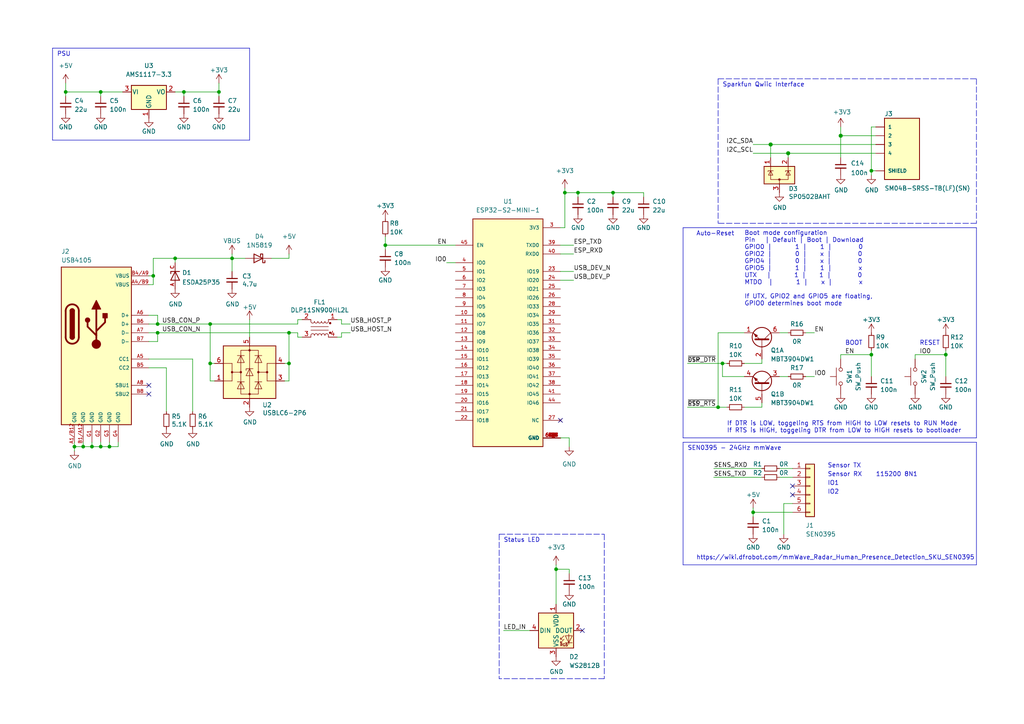
<source format=kicad_sch>
(kicad_sch (version 20220104) (generator eeschema)
  (paper "A4")
  (title_block (title "ESP32 mmWave Sensor") (date "2022-01-15") (company "Sander Huisman"))
  (junction (at 123.19 -107.95))
  (junction (at -100.33 142.24))
  (junction (at 161.29 165.1))
  (junction (at 31.75 129.54))
  (junction (at -123.19 130.81))
  (junction (at 102.87 -80.01))
  (junction (at -100.33 133.35))
  (junction (at 92.71 -80.01))
  (junction (at 19.05 26.67))
  (junction (at 252.73 49.53))
  (junction (at 163.83 55.88))
  (junction (at 167.64 55.88))
  (junction (at 50.8 74.93))
  (junction (at 228.6 44.45) (diameter 1.016))
  (junction (at -162.56 166.37))
  (junction (at 274.32 102.87))
  (junction (at -157.48 166.37))
  (junction (at 26.67 129.54))
  (junction (at 63.5 26.67))
  (junction (at 45.72 93.98))
  (junction (at -154.94 166.37))
  (junction (at 67.31 74.93))
  (junction (at 177.8 55.88))
  (junction (at 83.82 96.52))
  (junction (at 113.03 -107.95))
  (junction (at 21.59 129.54))
  (junction (at 223.52 41.91) (diameter 1.016))
  (junction (at 208.28 118.11))
  (junction (at 83.82 105.41))
  (junction (at 60.96 105.41))
  (junction (at 45.72 96.52))
  (junction (at -138.43 130.81))
  (junction (at 243.84 39.37) (diameter 1.016))
  (junction (at -123.19 142.24))
  (junction (at 209.55 105.41))
  (junction (at 60.96 93.98))
  (junction (at -152.4 166.37))
  (junction (at 111.76 71.12))
  (junction (at -160.02 166.37))
  (junction (at 252.73 102.87))
  (junction (at 29.21 26.67))
  (junction (at -138.43 133.35))
  (junction (at 218.44 148.59))
  (junction (at 44.45 80.01))
  (junction (at 120.65 -107.95))
  (junction (at 29.21 129.54))
  (junction (at 24.13 129.54))
  (junction (at 53.34 26.67))
  (no_connect (at 135.89 -62.23))
  (no_connect (at 135.89 -69.85))
  (no_connect (at 135.89 -85.09))
  (no_connect (at 135.89 -82.55))
  (no_connect (at 135.89 -74.93))
  (no_connect (at 135.89 -77.47))
  (no_connect (at 135.89 -54.61))
  (no_connect (at 135.89 -57.15))
  (no_connect (at 43.18 114.3))
  (no_connect (at 135.89 -59.69))
  (no_connect (at 229.87 140.97))
  (no_connect (at 229.87 143.51))
  (no_connect (at 168.91 182.88))
  (no_connect (at 162.56 121.92))
  (no_connect (at 43.18 111.76))
  (wire (pts (xy 252.73 102.87) (xy 252.73 109.22)))
  (wire (pts (xy 21.59 129.54) (xy 24.13 129.54)))
  (wire (pts (xy 233.68 96.52) (xy 236.22 96.52)))
  (wire (pts (xy 83.82 105.41) (xy 83.82 110.49)))
  (polyline (pts (xy 198.12 66.04) (xy 283.21 66.04)))
  (wire (pts (xy 167.64 55.88) (xy 167.64 57.15)))
  (wire (pts (xy 120.65 -107.95) (xy 123.19 -107.95)))
  (wire (pts (xy 135.89 -87.63) (xy 149.86 -87.63)))
  (wire (pts (xy 111.76 71.12) (xy 132.08 71.12)))
  (wire (pts (xy -85.09 133.35) (xy -82.55 133.35)))
  (wire (pts (xy 50.8 74.93) (xy 67.31 74.93)))
  (wire (pts (xy 233.68 109.22) (xy 236.22 109.22)))
  (wire (pts (xy 102.87 -80.01) (xy 102.87 -73.66)))
  (wire (pts (xy -140.97 135.89) (xy -138.43 135.89)))
  (wire (pts (xy 243.84 104.14) (xy 243.84 102.87)))
  (polyline (pts (xy 198.12 66.04) (xy 198.12 127)))
  (wire (pts (xy 99.06 93.98) (xy 99.06 92.71)))
  (polyline (pts (xy 283.21 163.83) (xy 198.12 163.83)))
  (wire (pts (xy 67.31 73.66) (xy 67.31 74.93)))
  (wire (pts (xy -97.79 129.54) (xy -96.52 129.54)))
  (wire (pts (xy 29.21 129.54) (xy 31.75 129.54)))
  (wire (pts (xy 83.82 110.49) (xy 82.55 110.49)))
  (wire (pts (xy 45.72 91.44) (xy 45.72 93.98)))
  (wire (pts (xy 60.96 105.41) (xy 60.96 110.49)))
  (wire (pts (xy -100.33 142.24) (xy -100.33 147.32)))
  (polyline (pts (xy 283.21 64.77) (xy 208.28 64.77)) (stroke (width 0) (type dash)))
  (wire (pts (xy 53.34 26.67) (xy 63.5 26.67)))
  (polyline (pts (xy 283.21 127) (xy 198.12 127)))
  (wire (pts (xy 53.34 26.67) (xy 53.34 27.94)))
  (wire (pts (xy -135.89 143.51) (xy -140.97 143.51)))
  (wire (pts (xy 44.45 82.55) (xy 43.18 82.55)))
  (wire (pts (xy 165.1 129.54) (xy 165.1 127)))
  (wire (pts (xy 186.69 57.15) (xy 186.69 55.88)))
  (wire (pts (xy -149.86 165.1) (xy -149.86 166.37)))
  (wire (pts (xy 83.82 96.52) (xy 86.36 96.52)))
  (wire (pts (xy 243.84 36.83) (xy 243.84 39.37)))
  (wire (pts (xy 208.28 96.52) (xy 208.28 118.11)))
  (wire (pts (xy -123.19 142.24) (xy -123.19 147.32)))
  (polyline (pts (xy 208.28 22.86) (xy 208.28 64.77)) (stroke (width 0) (type dash)))
  (polyline (pts (xy 283.21 128.27) (xy 283.21 163.83)))
  (wire (pts (xy 24.13 128.27) (xy 24.13 129.54)))
  (wire (pts (xy 218.44 148.59) (xy 218.44 149.86)))
  (wire (pts (xy -85.09 130.81) (xy -82.55 130.81)))
  (wire (pts (xy -97.79 129.54) (xy -97.79 130.81)))
  (wire (pts (xy 228.6 44.45) (xy 228.6 45.72)))
  (wire (pts (xy 21.59 128.27) (xy 21.59 129.54)))
  (wire (pts (xy 243.84 39.37) (xy 243.84 45.72)))
  (wire (pts (xy 146.05 -92.71) (xy 149.86 -92.71)))
  (wire (pts (xy 62.23 110.49) (xy 60.96 110.49)))
  (wire (pts (xy 45.72 96.52) (xy 83.82 96.52)))
  (wire (pts (xy 99.06 96.52) (xy 101.6 96.52)))
  (wire (pts (xy 162.56 81.28) (xy 166.37 81.28)))
  (wire (pts (xy 31.75 129.54) (xy 34.29 129.54)))
  (wire (pts (xy -121.92 147.32) (xy -123.19 147.32)))
  (wire (pts (xy 113.03 -107.95) (xy 113.03 -106.68)))
  (wire (pts (xy 82.55 -74.93) (xy 110.49 -74.93)))
  (wire (pts (xy 35.56 26.67) (xy 29.21 26.67)))
  (wire (pts (xy 43.18 104.14) (xy 55.88 104.14)))
  (wire (pts (xy 252.73 49.53) (xy 254 49.53)))
  (wire (pts (xy 228.6 44.45) (xy 254 44.45)))
  (wire (pts (xy 86.36 96.52) (xy 86.36 97.79)))
  (wire (pts (xy -157.48 166.37) (xy -154.94 166.37)))
  (wire (pts (xy 146.05 182.88) (xy 153.67 182.88)))
  (wire (pts (xy 45.72 96.52) (xy 45.72 99.06)))
  (wire (pts (xy -154.94 165.1) (xy -154.94 166.37)))
  (wire (pts (xy 97.79 97.79) (xy 99.06 97.79)))
  (wire (pts (xy 125.73 -107.95) (xy 123.19 -107.95)))
  (wire (pts (xy 199.39 118.11) (xy 208.28 118.11)))
  (wire (pts (xy 135.89 -80.01) (xy 149.86 -80.01)))
  (wire (pts (xy 50.8 26.67) (xy 53.34 26.67)))
  (wire (pts (xy -121.92 142.24) (xy -123.19 142.24)))
  (wire (pts (xy -154.94 166.37) (xy -152.4 166.37)))
  (polyline (pts (xy 283.21 66.04) (xy 283.21 127)))
  (polyline (pts (xy 144.78 154.94) (xy 144.78 196.85)) (stroke (width 0) (type dash)))
  (wire (pts (xy 82.55 -81.28) (xy 82.55 -80.01)))
  (wire (pts (xy 162.56 73.66) (xy 166.37 73.66)))
  (wire (pts (xy -86.36 129.54) (xy -85.09 129.54)))
  (wire (pts (xy 209.55 109.22) (xy 215.9 109.22)))
  (wire (pts (xy 220.98 104.14) (xy 220.98 105.41)))
  (wire (pts (xy 104.14 -92.71) (xy 104.14 -93.98)))
  (wire (pts (xy -135.89 156.21) (xy -135.89 143.51)))
  (wire (pts (xy 67.31 74.93) (xy 67.31 78.74)))
  (wire (pts (xy 252.73 49.53) (xy 252.73 50.8)))
  (wire (pts (xy 218.44 148.59) (xy 229.87 148.59)))
  (wire (pts (xy 43.18 96.52) (xy 45.72 96.52)))
  (wire (pts (xy 123.19 -107.95) (xy 123.19 -97.79)))
  (wire (pts (xy 226.06 109.22) (xy 228.6 109.22)))
  (wire (pts (xy 226.06 138.43) (xy 229.87 138.43)))
  (wire (pts (xy -140.97 128.27) (xy -138.43 128.27)))
  (wire (pts (xy 209.55 105.41) (xy 210.82 105.41)))
  (wire (pts (xy -86.36 134.62) (xy -85.09 134.62)))
  (wire (pts (xy 227.33 146.05) (xy 227.33 154.94)))
  (wire (pts (xy 34.29 128.27) (xy 34.29 129.54)))
  (wire (pts (xy -140.97 130.81) (xy -138.43 130.81)))
  (wire (pts (xy 50.8 74.93) (xy 44.45 74.93)))
  (wire (pts (xy 86.36 92.71) (xy 87.63 92.71)))
  (wire (pts (xy 265.43 102.87) (xy 274.32 102.87)))
  (wire (pts (xy 146.05 -90.17) (xy 149.86 -90.17)))
  (wire (pts (xy 162.56 66.04) (xy 163.83 66.04)))
  (wire (pts (xy 99.06 93.98) (xy 101.6 93.98)))
  (wire (pts (xy 44.45 80.01) (xy 44.45 82.55)))
  (wire (pts (xy 67.31 74.93) (xy 71.12 74.93)))
  (wire (pts (xy 163.83 55.88) (xy 163.83 66.04)))
  (wire (pts (xy 209.55 105.41) (xy 209.55 109.22)))
  (wire (pts (xy 167.64 55.88) (xy 177.8 55.88)))
  (wire (pts (xy 24.13 129.54) (xy 26.67 129.54)))
  (wire (pts (xy -152.4 166.37) (xy -149.86 166.37)))
  (wire (pts (xy 120.65 -107.95) (xy 113.03 -107.95)))
  (wire (pts (xy 228.6 96.52) (xy 226.06 96.52)))
  (wire (pts (xy 48.26 119.38) (xy 48.26 106.68)))
  (wire (pts (xy 207.01 138.43) (xy 220.98 138.43)))
  (wire (pts (xy 82.55 -80.01) (xy 86.36 -80.01)))
  (wire (pts (xy 120.65 -97.79) (xy 120.65 -107.95)))
  (wire (pts (xy 82.55 105.41) (xy 83.82 105.41)))
  (wire (pts (xy 43.18 80.01) (xy 44.45 80.01)))
  (wire (pts (xy -162.56 166.37) (xy -160.02 166.37)))
  (wire (pts (xy 135.89 -67.31) (xy 140.97 -67.31)))
  (wire (pts (xy 208.28 118.11) (xy 210.82 118.11)))
  (wire (pts (xy 218.44 147.32) (xy 218.44 148.59)))
  (wire (pts (xy 111.76 71.12) (xy 111.76 72.39)))
  (wire (pts (xy 165.1 127) (xy 162.56 127)))
  (wire (pts (xy 208.28 96.52) (xy 215.9 96.52)))
  (wire (pts (xy 252.73 101.6) (xy 252.73 102.87)))
  (wire (pts (xy 50.8 74.93) (xy 50.8 76.2)))
  (wire (pts (xy 161.29 165.1) (xy 165.1 165.1)))
  (wire (pts (xy 274.32 102.87) (xy 274.32 109.22)))
  (wire (pts (xy 215.9 105.41) (xy 220.98 105.41)))
  (wire (pts (xy -138.43 128.27) (xy -138.43 130.81)))
  (wire (pts (xy -162.56 166.37) (xy -162.56 167.64)))
  (wire (pts (xy 243.84 102.87) (xy 252.73 102.87)))
  (wire (pts (xy 83.82 96.52) (xy 83.82 105.41)))
  (wire (pts (xy 21.59 129.54) (xy 21.59 130.81)))
  (wire (pts (xy 113.03 -109.22) (xy 113.03 -107.95)))
  (polyline (pts (xy 144.78 154.94) (xy 175.26 154.94)) (stroke (width 0) (type dash)))
  (wire (pts (xy -128.27 140.97) (xy -128.27 156.21)))
  (wire (pts (xy 223.52 41.91) (xy 223.52 45.72)))
  (wire (pts (xy 265.43 104.14) (xy 265.43 102.87)))
  (wire (pts (xy 92.71 -80.01) (xy 102.87 -80.01)))
  (wire (pts (xy 274.32 101.6) (xy 274.32 102.87)))
  (wire (pts (xy 19.05 26.67) (xy 19.05 27.94)))
  (wire (pts (xy 161.29 165.1) (xy 161.29 175.26)))
  (wire (pts (xy 60.96 93.98) (xy 86.36 93.98)))
  (polyline (pts (xy 208.28 22.86) (xy 283.21 22.86)) (stroke (width 0) (type dash)))
  (wire (pts (xy 165.1 165.1) (xy 165.1 166.37)))
  (wire (pts (xy -111.76 129.54) (xy -111.76 134.62)))
  (wire (pts (xy -160.02 166.37) (xy -157.48 166.37)))
  (wire (pts (xy -138.43 133.35) (xy -100.33 133.35)))
  (wire (pts (xy 43.18 91.44) (xy 45.72 91.44)))
  (wire (pts (xy 226.06 135.89) (xy 229.87 135.89)))
  (polyline (pts (xy 15.24 13.97) (xy 72.39 13.97)))
  (wire (pts (xy 252.73 36.83) (xy 252.73 49.53)))
  (wire (pts (xy 86.36 97.79) (xy 87.63 97.79)))
  (wire (pts (xy -138.43 133.35) (xy -138.43 135.89)))
  (wire (pts (xy 29.21 128.27) (xy 29.21 129.54)))
  (wire (pts (xy 29.21 26.67) (xy 19.05 26.67)))
  (wire (pts (xy 83.82 73.66) (xy 83.82 74.93)))
  (wire (pts (xy 43.18 93.98) (xy 45.72 93.98)))
  (wire (pts (xy 72.39 92.71) (xy 72.39 97.79)))
  (wire (pts (xy 31.75 128.27) (xy 31.75 129.54)))
  (wire (pts (xy 62.23 105.41) (xy 60.96 105.41)))
  (wire (pts (xy 220.98 116.84) (xy 220.98 118.11)))
  (polyline (pts (xy 72.39 13.97) (xy 72.39 40.64)))
  (polyline (pts (xy 15.24 13.97) (xy 15.24 40.64)))
  (wire (pts (xy -162.56 165.1) (xy -162.56 166.37)))
  (wire (pts (xy -100.33 133.35) (xy -100.33 142.24)))
  (wire (pts (xy 132.08 76.2) (xy 129.54 76.2)))
  (wire (pts (xy -157.48 165.1) (xy -157.48 166.37)))
  (wire (pts (xy -97.79 134.62) (xy -96.52 134.62)))
  (wire (pts (xy 44.45 74.93) (xy 44.45 80.01)))
  (wire (pts (xy -101.6 142.24) (xy -100.33 142.24)))
  (wire (pts (xy 229.87 146.05) (xy 227.33 146.05)))
  (wire (pts (xy 110.49 -92.71) (xy 104.14 -92.71)))
  (wire (pts (xy 45.72 93.98) (xy 60.96 93.98)))
  (wire (pts (xy 161.29 163.83) (xy 161.29 165.1)))
  (wire (pts (xy 26.67 129.54) (xy 29.21 129.54)))
  (wire (pts (xy 125.73 -97.79) (xy 125.73 -107.95)))
  (wire (pts (xy -140.97 140.97) (xy -128.27 140.97)))
  (wire (pts (xy -100.33 133.35) (xy -97.79 133.35)))
  (wire (pts (xy -85.09 133.35) (xy -85.09 134.62)))
  (wire (pts (xy 48.26 106.68) (xy 43.18 106.68)))
  (wire (pts (xy 243.84 39.37) (xy 254 39.37)))
  (wire (pts (xy 223.52 41.91) (xy 254 41.91)))
  (wire (pts (xy 78.74 74.93) (xy 83.82 74.93)))
  (wire (pts (xy -138.43 130.81) (xy -123.19 130.81)))
  (wire (pts (xy 63.5 24.13) (xy 63.5 26.67)))
  (wire (pts (xy 135.89 -90.17) (xy 140.97 -90.17)))
  (polyline (pts (xy 198.12 128.27) (xy 198.12 163.83)))
  (wire (pts (xy 218.44 44.45) (xy 228.6 44.45)))
  (wire (pts (xy 163.83 55.88) (xy 167.64 55.88)))
  (wire (pts (xy 92.71 -80.01) (xy 92.71 -73.66)))
  (wire (pts (xy 177.8 55.88) (xy 186.69 55.88)))
  (polyline (pts (xy 175.26 196.85) (xy 144.78 196.85)) (stroke (width 0) (type dash)))
  (wire (pts (xy 199.39 105.41) (xy 209.55 105.41)))
  (wire (pts (xy 163.83 54.61) (xy 163.83 55.88)))
  (wire (pts (xy -97.79 133.35) (xy -97.79 134.62)))
  (wire (pts (xy 102.87 -80.01) (xy 110.49 -80.01)))
  (wire (pts (xy -85.09 130.81) (xy -85.09 129.54)))
  (wire (pts (xy 43.18 99.06) (xy 45.72 99.06)))
  (wire (pts (xy 140.97 -67.31) (xy 140.97 -66.04)))
  (wire (pts (xy -160.02 165.1) (xy -160.02 166.37)))
  (wire (pts (xy 63.5 26.67) (xy 63.5 27.94)))
  (polyline (pts (xy 283.21 22.86) (xy 283.21 64.77)) (stroke (width 0) (type dash)))
  (polyline (pts (xy 198.12 128.27) (xy 283.21 128.27)))
  (wire (pts (xy 97.79 92.71) (xy 99.06 92.71)))
  (wire (pts (xy 99.06 96.52) (xy 99.06 97.79)))
  (wire (pts (xy -123.19 130.81) (xy -97.79 130.81)))
  (wire (pts (xy 135.89 -92.71) (xy 140.97 -92.71)))
  (wire (pts (xy 19.05 24.13) (xy 19.05 26.67)))
  (wire (pts (xy 29.21 26.67) (xy 29.21 27.94)))
  (wire (pts (xy 86.36 92.71) (xy 86.36 93.98)))
  (wire (pts (xy 220.98 118.11) (xy 215.9 118.11)))
  (wire (pts (xy 162.56 71.12) (xy 166.37 71.12)))
  (wire (pts (xy -140.97 133.35) (xy -138.43 133.35)))
  (wire (pts (xy 252.73 36.83) (xy 254 36.83)))
  (wire (pts (xy 60.96 93.98) (xy 60.96 105.41)))
  (polyline (pts (xy 72.39 40.64) (xy 15.24 40.64)))
  (wire (pts (xy 162.56 78.74) (xy 166.37 78.74)))
  (wire (pts (xy 218.44 41.91) (xy 223.52 41.91)))
  (polyline (pts (xy 175.26 154.94) (xy 175.26 196.85)) (stroke (width 0) (type dash)))
  (wire (pts (xy 207.01 135.89) (xy 220.98 135.89)))
  (wire (pts (xy 55.88 104.14) (xy 55.88 119.38)))
  (wire (pts (xy 26.67 128.27) (xy 26.67 129.54)))
  (wire (pts (xy -123.19 130.81) (xy -123.19 142.24)))
  (wire (pts (xy -100.33 147.32) (xy -101.6 147.32)))
  (wire (pts (xy 82.55 -77.47) (xy 110.49 -77.47)))
  (wire (pts (xy 111.76 71.12) (xy 111.76 68.58)))
  (wire (pts (xy 177.8 57.15) (xy 177.8 55.88)))
  (wire (pts (xy 91.44 -80.01) (xy 92.71 -80.01)))
  (wire (pts (xy -152.4 165.1) (xy -152.4 166.37)))
  (text "Auto-Reset" (at 201.93 68.58 0) (effects (font (size 1.27 1.27)) (justify left bottom)))
  (text "IO2" (at 240.03 143.51 0) (effects (font (size 1.27 1.27)) (justify left bottom)))
  (text "If DTR is LOW, toggeling RTS from HIGH to LOW resets to RUN Mode\nIf RTS is HIGH, toggeling DTR from LOW to HIGH resets to bootloader" (at 210.82 125.73 0) (effects (font (size 1.27 1.27)) (justify left bottom)))
  (text "Status LED" (at 146.05 157.48 0) (effects (font (size 1.27 1.27)) (justify left bottom)))
  (text "IO1" (at 240.03 140.97 0) (effects (font (size 1.27 1.27)) (justify left bottom)))
  (text "https://wiki.dfrobot.com/mmWave_Radar_Human_Presence_Detection_SKU_SEN0395" (at 201.93 162.56 0) (effects (font (size 1.27 1.27)) (justify left bottom)))
  (text "RESET" (at 266.7 100.33 0) (effects (font (size 1.27 1.27)) (justify left bottom)))
  (text "SEN0395 - 24GHz mmWave" (at 199.39 130.81 0) (effects (font (size 1.27 1.27)) (justify left bottom)))
  (text "Sensor RX" (at 240.03 138.43 0) (effects (font (size 1.27 1.27)) (justify left bottom)))
  (text "115200 8N1" (at 254 138.43 0) (effects (font (size 1.27 1.27)) (justify left bottom)))
  (text "Sensor TX" (at 240.03 135.89 0) (effects (font (size 1.27 1.27)) (justify left bottom)))
  (text "BOOT" (at 245.11 100.33 0) (effects (font (size 1.27 1.27)) (justify left bottom)))
  (text "PSU" (at 16.51 16.51 0) (effects (font (size 1.27 1.27)) (justify left bottom)))
  (text "Sparkfun Qwiic Interface" (at 209.55 25.4 0) (effects (font (size 1.27 1.27)) (justify left bottom)))
  (text "Boot mode configuration\nPin   | Default | Boot | Download\nGPIO0 |       1 |    1 |        0\nGPIO2 |       0 |    x |        0\nGPIO4 |       0 |    x |        0\nGPIO5 |       1 |    1 |        x\nUTX   |       1 |    1 |        0\nMTDO  |       1 |    x |        x\n\nIf UTX, GPIO2 and GPIO5 are floating, \nGPIO0 determines boot mode" (at 215.9 88.9 0) (effects (font (size 1.27 1.27)) (justify left bottom)))
  (label "USB_DEV_P" (at 166.37 81.28 0))
  (label "USB_DEV_N" (at -82.55 133.35 0))
  (label "~{ESP_RTS}" (at 199.39 118.11 0))
  (label "USB_CON_N" (at 46.99 96.52 0))
  (label "RTS" (at 149.86 -87.63 0))
  (label "~{ESP_RTS}" (at 149.86 -87.63 0))
  (label "ESP_RXD" (at 166.37 73.66 0))
  (label "EN" (at 129.54 71.12 0))
  (label "ESP_TXD" (at 149.86 -90.17 0))
  (label "I2C_SCL" (at 218.44 44.45 0))
  (label "IO0" (at 129.54 76.2 0))
  (label "USB_HOST_P" (at 82.55 -74.93 0))
  (label "USB_HOST_N" (at 101.6 96.52 0))
  (label "RTS" (at 199.39 118.11 0))
  (label "USB_CON_P" (at 46.99 93.98 0))
  (label "DTR" (at 149.86 -80.01 0))
  (label "~{ESP_DTR}" (at 199.39 105.41 0))
  (label "USB_HOST_P" (at 101.6 93.98 0))
  (label "DTR" (at 199.39 105.41 0))
  (label "SENS_TXD" (at 207.01 138.43 0))
  (label "USB_CON_D_N" (at -137.16 133.35 0))
  (label "~{ESP_DTR}" (at 149.86 -80.01 0))
  (label "EN" (at 245.11 102.87 0))
  (label "EN" (at 236.22 96.52 0))
  (label "USB_HOST_N" (at 82.55 -77.47 0))
  (label "SENS_RXD" (at 207.01 135.89 0))
  (label "IO0" (at 236.22 109.22 0))
  (label "IO0" (at 266.7 102.87 0))
  (label "USB_CON_D_P" (at -137.16 130.81 0))
  (label "ESP_TXD" (at 166.37 71.12 0))
  (label "ESP_RXD" (at 149.86 -92.71 0))
  (label "LED_IN" (at 146.05 182.88 0))
  (label "I2C_SDA" (at 218.44 41.91 0))
  (label "USB_DEV_N" (at 166.37 78.74 0))
  (label "USB_DEV_P" (at -82.55 130.81 0))
  (symbol (lib_id "Device:C_Small") (at 19.05 30.48 0) (unit 1)
    (property "Reference" "C4" (at 21.59 29.2162 0) (effects (justify left)))
    (property "Value" "22u" (at 21.59 31.75 0) (effects (justify left)))
    (property "Footprint" "Capacitor_SMD:C_0805_2012Metric" (effects hide))
  )
  (symbol (lib_id "Presence Sensor:ESP32-S2-MINI-1") (at 147.32 96.52 0) (unit 1)
    (property "Reference" "U1" (at 147.32 58.42 0))
    (property "Value" "ESP32-S2-MINI-1" (at 147.32 60.96 0))
    (property "Footprint" "Presence Sensor:XCVR_ESP32-S2-MINI-1" (effects hide))
    (property "MAXIMUM_PACKAGE_HEIGHT" "2.55mm" (effects hide))
    (property "MANUFACTURER" "Espressif Systems" (effects hide))
  )
  (symbol (lib_id "power:GND") (at 161.29 190.5 0) (unit 1)
    (property "Reference" "#PWR0131" (effects hide))
    (property "Value" "GND" (at 161.4043 194.8244 0))
  )
  (symbol (lib_id "Device:R_Small") (at 104.14 -96.52 0) (unit 1)
    (property "Reference" "R7" (at 105.41 -97.79 0) (effects (justify left)))
    (property "Value" "10K" (at 105.41 -95.25 0) (effects (justify left)))
    (property "Footprint" "Resistor_SMD:R_0603_1608Metric" (effects hide))
  )
  (symbol (lib_id "power:GND") (at 165.1 129.54 0) (unit 1)
    (property "Reference" "#PWR0101" (effects hide))
    (property "Value" "GND" (at 165.1 134.62 0))
  )
  (symbol (lib_id "power:GND") (at 243.84 50.8 0) (unit 1)
    (property "Reference" "#PWR0136" (effects hide))
    (property "Value" "GND" (at 243.9543 55.1244 0))
  )
  (symbol (lib_id "Transistor_BJT:MBT3904DW1") (at 220.98 99.06 270) (mirror x) (unit 1)
    (property "Reference" "Q1" (at 223.52 101.6 90) (effects (justify left)))
    (property "Value" "MBT3904DW1" (at 223.52 104.14 90) (effects (justify left)))
    (property "Footprint" "Package_TO_SOT_SMD:SOT-363_SC-70-6" (effects hide))
    (property "Datasheet" "http://www.onsemi.com/pub_link/Collateral/MBT3904DW1T1-D.PDF" (effects hide))
  )
  (symbol (lib_id "Device:R_Small") (at -128.27 158.75 0) (unit 1)
    (property "Reference" "R19" (at -126.7713 157.6006 0) (effects (justify left)))
    (property "Value" "5.1K" (at -126.7713 159.8993 0) (effects (justify left)))
    (property "Footprint" "Resistor_SMD:R_0603_1608Metric" (effects hide))
  )
  (symbol (lib_id "Device:R_Small") (at 274.32 99.06 0) (unit 1)
    (property "Reference" "R12" (at 275.59 97.79 0) (effects (justify left)))
    (property "Value" "10K" (at 275.59 100.33 0) (effects (justify left)))
    (property "Footprint" "Resistor_SMD:R_0603_1608Metric" (effects hide))
  )
  (symbol (lib_id "power:+3.3V") (at 274.32 96.52 0) (unit 1)
    (property "Reference" "#PWR0128" (effects hide))
    (property "Value" "+3.3V" (at 274.32 92.71 0))
  )
  (symbol (lib_id "Device:C_Small") (at 29.21 30.48 0) (unit 1)
    (property "Reference" "C5" (at 31.75 29.2162 0) (effects (justify left)))
    (property "Value" "100n" (at 31.75 31.75 0) (effects (justify left)))
    (property "Footprint" "Capacitor_SMD:C_0603_1608Metric" (effects hide))
  )
  (symbol (lib_id "Device:C_Small") (at 67.31 81.28 0) (unit 1)
    (property "Reference" "C3" (at 70.231 80.1116 0) (effects (justify left)))
    (property "Value" "4.7u" (at 70.231 82.423 0) (effects (justify left)))
    (property "Footprint" "Capacitor_SMD:C_1206_3216Metric" (effects hide))
    (property "Manufacturer" "Würth Elektronik" (effects hide))
    (property "Value2" "X5R 25 V ±20%" (effects hide))
  )
  (symbol (lib_id "Presence Sensor:USB4105") (at 27.94 96.52 0) (unit 1)
    (property "Reference" "J2" (at 17.78 73.66 0) (effects (justify left bottom)))
    (property "Value" "USB4105" (at 17.78 76.2 0) (effects (justify left bottom)))
    (property "Footprint" "Presence Sensor:GCT_USB4105_REVA" (effects hide))
    (property "PARTREV" "0.2" (effects hide))
    (property "MANUFACTURER" "GCT" (effects hide))
    (property "MAXIMUM_PACKAGE_HEIGHT" "3.31 mm" (effects hide))
    (property "STANDARD" "Manufacturer Recommendations" (effects hide))
  )
  (symbol (lib_id "Regulator_Linear:AMS1117-3.3") (at 43.18 26.67 0) (unit 1)
    (property "Reference" "U3" (at 43.18 19.05 0))
    (property "Value" "AMS1117-3.3" (at 43.18 21.59 0))
    (property "Footprint" "Package_TO_SOT_SMD:SOT-223-3_TabPin2" (effects hide))
    (property "Datasheet" "http://www.advanced-monolithic.com/pdf/ds1117.pdf" (effects hide))
  )
  (symbol (lib_id "Device:R_Small") (at 213.36 118.11 90) (unit 1)
    (property "Reference" "R11" (at 213.36 113.03 90))
    (property "Value" "10K" (at 213.36 115.57 90))
    (property "Footprint" "Resistor_SMD:R_0603_1608Metric" (effects hide))
  )
  (symbol (lib_id "power:+3.3V") (at 163.83 54.61 0) (unit 1)
    (property "Reference" "#PWR0105" (effects hide))
    (property "Value" "+3.3V" (at 163.83 49.53 0))
  )
  (symbol (lib_id "power:GND") (at 186.69 62.23 0) (unit 1)
    (property "Reference" "#PWR0134" (effects hide))
    (property "Value" "GND" (at 186.69 66.04 0))
  )
  (symbol (lib_id "Presence Sensor:USB4105") (at -156.21 133.35 0) (unit 1)
    (property "Reference" "J4" (at -166.37 110.49 0) (effects (justify left bottom)))
    (property "Value" "USB4105" (at -166.37 113.03 0) (effects (justify left bottom)))
    (property "Footprint" "Presence Sensor:GCT_USB4105_REVA" (effects hide))
    (property "PARTREV" "0.2" (effects hide))
    (property "MANUFACTURER" "GCT" (effects hide))
    (property "MAXIMUM_PACKAGE_HEIGHT" "3.31 mm" (effects hide))
    (property "STANDARD" "Manufacturer Recommendations" (effects hide))
  )
  (symbol (lib_id "Power_Protection:SP0502BAHT") (at 226.06 50.8 0) (unit 1)
    (property "Reference" "D3" (at 228.7271 54.7306 0) (effects (justify left)))
    (property "Value" "SP0502BAHT" (at 228.7271 57.0293 0) (effects (justify left)))
    (property "Footprint" "Package_TO_SOT_SMD:SOT-23" (effects hide))
    (property "Datasheet" "http://www.littelfuse.com/~{/media/files/littelfuse/technical%20resources/documents/data%20sheets/sp05xxba.pdf}" (effects hide))
  )
  (symbol (lib_id "Device:R_Small") (at -135.89 158.75 0) (unit 1)
    (property "Reference" "R18" (at -134.3913 157.6006 0) (effects (justify left)))
    (property "Value" "5.1K" (at -134.3913 159.8993 0) (effects (justify left)))
    (property "Footprint" "Resistor_SMD:R_0603_1608Metric" (effects hide))
  )
  (symbol (lib_id "power:GND") (at 43.18 34.29 0) (unit 1)
    (property "Reference" "#PWR0120" (effects hide))
    (property "Value" "GND" (at 43.18 38.1 0))
  )
  (symbol (lib_id "Power_Protection:USBLC6-2P6") (at 72.39 107.95 0) (unit 1)
    (property "Reference" "U2" (at 77.47 117.4558 0))
    (property "Value" "USBLC6-2P6" (at 82.55 119.7545 0))
    (property "Footprint" "Package_TO_SOT_SMD:SOT-666" (effects hide))
    (property "Datasheet" "https://www.st.com/resource/en/datasheet/usblc6-2.pdf" (effects hide))
  )
  (symbol (lib_id "Device:R_Small") (at 223.52 135.89 90) (unit 1)
    (property "Reference" "R1" (at 219.71 134.62 90))
    (property "Value" "0R" (at 227.33 134.62 90))
    (property "Footprint" "Resistor_SMD:R_0603_1608Metric" (effects hide))
  )
  (symbol (lib_id "Interface_USB:CP2102N-Axx-xQFN24") (at 123.19 -69.85 0) (unit 1)
    (property "Reference" "U4" (at 128.27 -41.91 0) (effects (justify left)))
    (property "Value" "CP2102N-Axx-xQFN24" (at 128.27 -39.37 0) (effects (justify left)))
    (property "Footprint" "Package_DFN_QFN:QFN-24-1EP_4x4mm_P0.5mm_EP2.6x2.6mm" (effects hide))
    (property "Datasheet" "https://www.silabs.com/documents/public/data-sheets/cp2102n-datasheet.pdf" (effects hide))
  )
  (symbol (lib_id "power:GND") (at 48.26 124.46 0) (unit 1)
    (property "Reference" "#PWR0114" (effects hide))
    (property "Value" "GND" (at 48.3743 128.7844 0))
  )
  (symbol (lib_id "LED:WS2812B") (at 161.29 182.88 0) (unit 1)
    (property "Reference" "D2" (at 165.1 190.5 0) (effects (justify left)))
    (property "Value" "WS2812B" (at 165.1 193.04 0) (effects (justify left)))
    (property "Footprint" "LED_SMD:LED_WS2812B_PLCC4_5.0x5.0mm_P3.2mm" (effects hide))
    (property "Datasheet" "https://cdn-shop.adafruit.com/datasheets/WS2812B.pdf" (effects hide))
  )
  (symbol (lib_id "Device:R_Small") (at 88.9 -80.01 90) (unit 1)
    (property "Reference" "R3" (at 86.36 -85.09 90) (effects (justify right)))
    (property "Value" "22.1K" (at 86.36 -82.55 90) (effects (justify right)))
    (property "Footprint" "Resistor_SMD:R_0603_1608Metric" (effects hide))
  )
  (symbol (lib_id "Presence Sensor:ESDA25P35") (at 50.8 80.01 270) (unit 1)
    (property "Reference" "D1" (at 52.832 79.1015 90) (effects (justify left)))
    (property "Value" "ESDA25P35" (at 52.832 81.8766 90) (effects (justify left)))
    (property "Footprint" "Presence Sensor:TVS_ESDA25P35-1U1M" (effects hide))
    (property "MANUFACTURER" "STMicroelectronics" (effects hide))
    (property "MAXIMUM_PACKAGE_HEIGHT" "0.6 mm" (effects hide))
  )
  (symbol (lib_id "power:+5V") (at 218.44 147.32 0) (unit 1)
    (property "Reference" "#PWR0102" (effects hide))
    (property "Value" "+5V" (at 218.44 143.51 0))
  )
  (symbol (lib_id "power:GND") (at 102.87 -68.58 0) (unit 1)
    (property "Reference" "#PWR0144" (effects hide))
    (property "Value" "GND" (at 102.997 -64.1858 0))
  )
  (symbol (lib_id "power:GND") (at 21.59 130.81 0) (unit 1)
    (property "Reference" "#PWR0109" (effects hide))
    (property "Value" "GND" (at 21.7043 135.1344 0))
  )
  (symbol (lib_id "power:GND") (at 252.73 50.8 0) (unit 1)
    (property "Reference" "#PWR0138" (effects hide))
    (property "Value" "GND" (at 252.8443 55.1244 0))
  )
  (symbol (lib_id "power:GND") (at 72.39 118.11 0) (unit 1)
    (property "Reference" "#PWR0117" (effects hide))
    (property "Value" "GND" (at 72.5043 122.4344 0))
  )
  (symbol (lib_id "Switch:SW_Push") (at 265.43 109.22 90) (unit 1)
    (property "Reference" "SW2" (at 267.97 109.22 0))
    (property "Value" "SW_Push" (at 270.51 109.22 0))
    (property "Footprint" "Button_Switch_SMD:SW_Push_SPST_NO_Alps_SKRK" (effects hide))
  )
  (symbol (lib_id "power:GND") (at 218.44 154.94 0) (unit 1)
    (property "Reference" "#PWR0104" (effects hide))
    (property "Value" "GND" (at 218.44 158.75 0))
  )
  (symbol (lib_id "Device:R_Small") (at 55.88 121.92 0) (unit 1)
    (property "Reference" "R6" (at 57.3787 120.7706 0) (effects (justify left)))
    (property "Value" "5.1K" (at 57.3787 123.0693 0) (effects (justify left)))
    (property "Footprint" "Resistor_SMD:R_0603_1608Metric" (effects hide))
  )
  (symbol (lib_id "power:+3.3V") (at 111.76 63.5 0) (unit 1)
    (property "Reference" "#PWR0108" (effects hide))
    (property "Value" "+3.3V" (at 111.76 59.69 0))
  )
  (symbol (lib_id "Device:C_Small") (at 113.03 -104.14 0) (unit 1)
    (property "Reference" "C16" (at 115.57 -105.4038 0) (effects (justify left)))
    (property "Value" "10u" (at 115.57 -102.87 0) (effects (justify left)))
    (property "Footprint" "Capacitor_SMD:C_0805_2012Metric" (effects hide))
  )
  (symbol (lib_id "Device:R_Small") (at 231.14 109.22 90) (unit 1)
    (property "Reference" "R17" (at 231.14 106.68 90))
    (property "Value" "0R" (at 231.14 111.76 90))
    (property "Footprint" "Resistor_SMD:R_0603_1608Metric" (effects hide))
  )
  (symbol (lib_id "power:GND") (at 167.64 62.23 0) (unit 1)
    (property "Reference" "#PWR0106" (effects hide))
    (property "Value" "GND" (at 167.64 66.04 0))
  )
  (symbol (lib_id "Presence Sensor:SM04B-SRSS-TB(LF)(SN)") (at 261.62 41.91 0) (unit 1)
    (property "Reference" "J3" (at 256.54 33.0199 0) (effects (justify left)))
    (property "Value" "SM04B-SRSS-TB(LF)(SN)" (at 256.54 54.6099 0) (effects (justify left)))
    (property "Footprint" "Presence Sensor:JST_SM04B-SRSS-TB(LF)(SN)" (effects hide))
    (property "MANUFACTURER" "JST" (effects hide))
    (property "STANDARD" "Manufacturer recommendations" (effects hide))
  )
  (symbol (lib_id "power:GND") (at -135.89 161.29 0) (unit 1)
    (property "Reference" "#PWR0149" (effects hide))
    (property "Value" "GND" (at -135.7757 165.6144 0))
  )
  (symbol (lib_id "Device:C_Small") (at 63.5 30.48 0) (unit 1)
    (property "Reference" "C7" (at 66.04 29.2162 0) (effects (justify left)))
    (property "Value" "22u" (at 66.04 31.75 0) (effects (justify left)))
    (property "Footprint" "Capacitor_SMD:C_0805_2012Metric" (effects hide))
  )
  (symbol (lib_id "Device:C_Small") (at 186.69 59.69 0) (unit 1)
    (property "Reference" "C10" (at 189.23 58.4262 0) (effects (justify left)))
    (property "Value" "22u" (at 189.23 60.96 0) (effects (justify left)))
    (property "Footprint" "Capacitor_SMD:C_0805_2012Metric" (effects hide))
  )
  (symbol (lib_id "Power_Protection:USBLC6-2P6") (at -111.76 144.78 0) (unit 1)
    (property "Reference" "U5" (at -106.68 154.2858 0))
    (property "Value" "USBLC6-2P6" (at -101.6 156.5845 0))
    (property "Footprint" "Package_TO_SOT_SMD:SOT-666" (effects hide))
    (property "Datasheet" "https://www.st.com/resource/en/datasheet/usblc6-2.pdf" (effects hide))
  )
  (symbol (lib_id "Device:C_Small") (at 165.1 168.91 0) (unit 1)
    (property "Reference" "C13" (at 167.64 167.6462 0) (effects (justify left)))
    (property "Value" "100n" (at 167.64 170.1862 0) (effects (justify left)))
    (property "Footprint" "Capacitor_SMD:C_0603_1608Metric" (effects hide))
  )
  (symbol (lib_id "Device:R_Small") (at 231.14 96.52 90) (unit 1)
    (property "Reference" "R16" (at 231.14 93.98 90))
    (property "Value" "0R" (at 231.14 99.06 90))
    (property "Footprint" "Resistor_SMD:R_0603_1608Metric" (effects hide))
  )
  (symbol (lib_id "Device:C_Small") (at 243.84 48.26 0) (unit 1)
    (property "Reference" "C14" (at 246.7611 47.3515 0) (effects (justify left)))
    (property "Value" "100n" (at 246.7611 50.1266 0) (effects (justify left)))
    (property "Footprint" "Capacitor_SMD:C_0603_1608Metric" (effects hide))
  )
  (symbol (lib_id "power:GND") (at 252.73 114.3 0) (unit 1)
    (property "Reference" "#PWR0127" (effects hide))
    (property "Value" "GND" (at 252.73 118.11 0))
  )
  (symbol (lib_id "Device:C_Small") (at 252.73 111.76 0) (unit 1)
    (property "Reference" "C11" (at 255.27 110.4962 0) (effects (justify left)))
    (property "Value" "100n" (at 255.27 113.03 0) (effects (justify left)))
    (property "Footprint" "Capacitor_SMD:C_0603_1608Metric" (effects hide))
  )
  (symbol (lib_id "Device:C_Small") (at 167.64 59.69 0) (unit 1)
    (property "Reference" "C2" (at 170.18 58.4262 0) (effects (justify left)))
    (property "Value" "100n" (at 170.18 60.9662 0) (effects (justify left)))
    (property "Footprint" "Capacitor_SMD:C_0603_1608Metric" (effects hide))
  )
  (symbol (lib_id "power:+3.3V") (at 104.14 -99.06 0) (unit 1)
    (property "Reference" "#PWR0146" (effects hide))
    (property "Value" "+3.3V" (at 104.14 -102.87 0))
  )
  (symbol (lib_id "power:GND") (at 19.05 33.02 0) (unit 1)
    (property "Reference" "#PWR0119" (effects hide))
    (property "Value" "GND" (at 19.05 36.83 0))
  )
  (symbol (lib_id "power:GND") (at -128.27 161.29 0) (unit 1)
    (property "Reference" "#PWR0150" (effects hide))
    (property "Value" "GND" (at -128.1557 165.6144 0))
  )
  (symbol (lib_id "power:GND") (at 227.33 154.94 0) (unit 1)
    (property "Reference" "#PWR0103" (effects hide))
    (property "Value" "GND" (at 227.33 158.75 0))
  )
  (symbol (lib_id "Device:R_Small") (at 252.73 99.06 0) (unit 1)
    (property "Reference" "R9" (at 254 97.79 0) (effects (justify left)))
    (property "Value" "10K" (at 254 100.33 0) (effects (justify left)))
    (property "Footprint" "Resistor_SMD:R_0603_1608Metric" (effects hide))
  )
  (symbol (lib_id "Presence Sensor:DLP11SN900HL2L") (at 92.71 95.25 0) (mirror y) (unit 1)
    (property "Reference" "FL1" (at 92.71 87.63 0))
    (property "Value" "DLP11SN900HL2L" (at 92.71 89.9287 0))
    (property "Footprint" "Presence Sensor:FIL_DLP11SN900HL2L" (effects hide))
    (property "STANDARD" "Manufacturer Recommendations" (effects hide))
    (property "MANUFACTURER" "MURATA" (effects hide))
    (property "PARTREV" "N/A" (effects hide))
    (property "MAXIMUM_PACKAGE_HEIGHT" "0.92mm" (effects hide))
  )
  (symbol (lib_id "power:GND") (at 274.32 114.3 0) (unit 1)
    (property "Reference" "#PWR0130" (effects hide))
    (property "Value" "GND" (at 274.32 118.11 0))
  )
  (symbol (lib_id "Device:R_Small") (at 143.51 -92.71 90) (unit 1)
    (property "Reference" "R14" (at 139.7 -93.98 90))
    (property "Value" "0R" (at 147.32 -93.98 90))
    (property "Footprint" "Resistor_SMD:R_0603_1608Metric" (effects hide))
  )
  (symbol (lib_id "power:GND") (at 67.31 83.82 0) (unit 1)
    (property "Reference" "#PWR0110" (effects hide))
    (property "Value" "GND" (at 67.437 88.2142 0))
  )
  (symbol (lib_id "power:VBUS") (at 82.55 -81.28 0) (unit 1)
    (property "Reference" "#PWR0147" (effects hide))
    (property "Value" "VBUS" (at 82.55 -85.09 0))
  )
  (symbol (lib_id "power:GND") (at 113.03 -101.6 0) (unit 1)
    (property "Reference" "#PWR0142" (effects hide))
    (property "Value" "GND" (at 113.03 -97.79 0))
  )
  (symbol (lib_id "Device:R_Small") (at 48.26 121.92 0) (unit 1)
    (property "Reference" "R5" (at 49.7587 120.7706 0) (effects (justify left)))
    (property "Value" "5.1K" (at 49.7587 123.0693 0) (effects (justify left)))
    (property "Footprint" "Resistor_SMD:R_0603_1608Metric" (effects hide))
  )
  (symbol (lib_id "power:+3.3V") (at 63.5 24.13 0) (unit 1)
    (property "Reference" "#PWR0123" (effects hide))
    (property "Value" "+3.3V" (at 63.5 20.32 0))
  )
  (symbol (lib_id "power:GND") (at 140.97 -60.96 0) (unit 1)
    (property "Reference" "#PWR0141" (effects hide))
    (property "Value" "GND" (at 140.97 -57.15 0))
  )
  (symbol (lib_id "Switch:SW_Push") (at 243.84 109.22 90) (unit 1)
    (property "Reference" "SW1" (at 246.38 109.22 0))
    (property "Value" "SW_Push" (at 248.92 109.22 0))
    (property "Footprint" "Button_Switch_SMD:SW_Push_SPST_NO_Alps_SKRK" (effects hide))
  )
  (symbol (lib_id "power:+5V") (at -111.76 129.54 0) (unit 1)
    (property "Reference" "#PWR0151" (effects hide))
    (property "Value" "+5V" (at -111.76 125.9355 0))
  )
  (symbol (lib_id "power:GND") (at 92.71 -68.58 0) (unit 1)
    (property "Reference" "#PWR0143" (effects hide))
    (property "Value" "GND" (at 92.71 -64.77 0))
  )
  (symbol (lib_id "Device:R_Small") (at 213.36 105.41 90) (unit 1)
    (property "Reference" "R10" (at 213.36 100.33 90))
    (property "Value" "10K" (at 213.36 102.87 90))
    (property "Footprint" "Resistor_SMD:R_0603_1608Metric" (effects hide))
  )
  (symbol (lib_id "Device:C_Small") (at 53.34 30.48 0) (unit 1)
    (property "Reference" "C6" (at 55.88 29.2162 0) (effects (justify left)))
    (property "Value" "100n" (at 55.88 31.75 0) (effects (justify left)))
    (property "Footprint" "Capacitor_SMD:C_0603_1608Metric" (effects hide))
  )
  (symbol (lib_id "Device:C_Small") (at 218.44 152.4 0) (unit 1)
    (property "Reference" "C1" (at 220.98 151.1362 0) (effects (justify left)))
    (property "Value" "100n" (at 220.98 153.6762 0) (effects (justify left)))
    (property "Footprint" "Capacitor_SMD:C_0603_1608Metric" (effects hide))
  )
  (symbol (lib_id "Device:R_Small") (at 111.76 66.04 0) (unit 1)
    (property "Reference" "R8" (at 113.03 64.77 0) (effects (justify left)))
    (property "Value" "10K" (at 113.03 67.31 0) (effects (justify left)))
    (property "Footprint" "Resistor_SMD:R_0603_1608Metric" (effects hide))
  )
  (symbol (lib_id "Diode:1N5819") (at 74.93 74.93 180) (unit 1)
    (property "Reference" "D4" (at 75.2475 68.58 0))
    (property "Value" "1N5819" (at 75.2475 71.12 0))
    (property "Footprint" "Diode_THT:D_DO-41_SOD81_P10.16mm_Horizontal" (effects hide))
    (property "Datasheet" "http://www.vishay.com/docs/88525/1n5817.pdf" (effects hide))
  )
  (symbol (lib_id "power:GND") (at 177.8 62.23 0) (unit 1)
    (property "Reference" "#PWR0135" (effects hide))
    (property "Value" "GND" (at 177.8 66.04 0))
  )
  (symbol (lib_id "Device:R_Small") (at 140.97 -63.5 0) (unit 1)
    (property "Reference" "R13" (at 142.24 -64.77 0) (effects (justify left)))
    (property "Value" "10K" (at 142.24 -62.23 0) (effects (justify left)))
    (property "Footprint" "Resistor_SMD:R_0603_1608Metric" (effects hide))
  )
  (symbol (lib_id "power:GND") (at 123.19 -41.91 0) (unit 1)
    (property "Reference" "#PWR0140" (effects hide))
    (property "Value" "GND" (at 123.19 -38.1 0))
  )
  (symbol (lib_id "power:+3.3V") (at 243.84 36.83 0) (unit 1)
    (property "Reference" "#PWR0139" (effects hide))
    (property "Value" "+3.3V" (at 244.2083 32.5056 0))
  )
  (symbol (lib_id "Device:C_Small") (at 177.8 59.69 0) (unit 1)
    (property "Reference" "C9" (at 180.34 58.4262 0) (effects (justify left)))
    (property "Value" "22u" (at 180.34 60.96 0) (effects (justify left)))
    (property "Footprint" "Capacitor_SMD:C_0805_2012Metric" (effects hide))
  )
  (symbol (lib_id "power:GND") (at 63.5 33.02 0) (unit 1)
    (property "Reference" "#PWR0122" (effects hide))
    (property "Value" "GND" (at 63.5 36.83 0))
  )
  (symbol (lib_id "power:GND") (at 50.8 83.82 0) (unit 1)
    (property "Reference" "#PWR0115" (effects hide))
    (property "Value" "GND" (at 50.927 88.2142 0))
  )
  (symbol (lib_id "power:GND") (at 243.84 114.3 0) (unit 1)
    (property "Reference" "#PWR0126" (effects hide))
    (property "Value" "GND" (at 243.84 118.11 0))
  )
  (symbol (lib_id "Transistor_BJT:MBT3904DW1") (at 220.98 111.76 270) (mirror x) (unit 2)
    (property "Reference" "Q1" (at 223.52 114.3 90) (effects (justify left)))
    (property "Value" "MBT3904DW1" (at 223.52 116.84 90) (effects (justify left)))
    (property "Footprint" "Package_TO_SOT_SMD:SOT-363_SC-70-6" (effects hide))
    (property "Datasheet" "http://www.onsemi.com/pub_link/Collateral/MBT3904DW1T1-D.PDF" (effects hide))
  )
  (symbol (lib_id "power:+3.3V") (at 113.03 -109.22 0) (unit 1)
    (property "Reference" "#PWR0145" (effects hide))
    (property "Value" "+3.3V" (at 113.03 -113.03 0))
  )
  (symbol (lib_id "power:+5V") (at 19.05 24.13 0) (unit 1)
    (property "Reference" "#PWR0124" (effects hide))
    (property "Value" "+5V" (at 19.05 19.05 0))
  )
  (symbol (lib_id "power:VBUS") (at 67.31 73.66 0) (unit 1)
    (property "Reference" "#PWR0111" (effects hide))
    (property "Value" "VBUS" (at 67.31 69.85 0))
  )
  (symbol (lib_id "power:GND") (at 226.06 55.88 0) (unit 1)
    (property "Reference" "#PWR0137" (effects hide))
    (property "Value" "GND" (at 226.1743 60.2044 0))
  )
  (symbol (lib_id "Presence Sensor:DLP11SN900HL2L") (at -91.44 132.08 0) (mirror y) (unit 1)
    (property "Reference" "FL2" (at -91.44 124.46 0))
    (property "Value" "DLP11SN900HL2L" (at -91.44 126.7587 0))
    (property "Footprint" "Presence Sensor:FIL_DLP11SN900HL2L" (effects hide))
    (property "STANDARD" "Manufacturer Recommendations" (effects hide))
    (property "MANUFACTURER" "MURATA" (effects hide))
    (property "PARTREV" "N/A" (effects hide))
    (property "MAXIMUM_PACKAGE_HEIGHT" "0.92mm" (effects hide))
  )
  (symbol (lib_id "Device:C_Small") (at 111.76 74.93 0) (unit 1)
    (property "Reference" "C8" (at 114.3 73.6662 0) (effects (justify left)))
    (property "Value" "100n" (at 114.3 76.2 0) (effects (justify left)))
    (property "Footprint" "Capacitor_SMD:C_0603_1608Metric" (effects hide))
  )
  (symbol (lib_id "power:GND") (at 165.1 171.45 0) (unit 1)
    (property "Reference" "#PWR0133" (effects hide))
    (property "Value" "GND" (at 165.1 175.26 0))
  )
  (symbol (lib_id "power:+3.3V") (at 252.73 96.52 0) (unit 1)
    (property "Reference" "#PWR0125" (effects hide))
    (property "Value" "+3.3V" (at 252.73 92.71 0))
  )
  (symbol (lib_id "Device:R_Small") (at 92.71 -71.12 0) (unit 1)
    (property "Reference" "R4" (at 93.98 -72.39 0) (effects (justify left)))
    (property "Value" "47.5K" (at 93.98 -69.85 0) (effects (justify left)))
    (property "Footprint" "Resistor_SMD:R_0603_1608Metric" (effects hide))
  )
  (symbol (lib_id "Device:C_Small") (at 274.32 111.76 0) (unit 1)
    (property "Reference" "C12" (at 276.86 110.4962 0) (effects (justify left)))
    (property "Value" "100n" (at 276.86 113.03 0) (effects (justify left)))
    (property "Footprint" "Capacitor_SMD:C_0603_1608Metric" (effects hide))
  )
  (symbol (lib_id "power:GND") (at 29.21 33.02 0) (unit 1)
    (property "Reference" "#PWR0118" (effects hide))
    (property "Value" "GND" (at 29.21 36.83 0))
  )
  (symbol (lib_id "power:GND") (at 265.43 114.3 0) (unit 1)
    (property "Reference" "#PWR0129" (effects hide))
    (property "Value" "GND" (at 265.43 118.11 0))
  )
  (symbol (lib_id "power:GND") (at 111.76 77.47 0) (unit 1)
    (property "Reference" "#PWR0107" (effects hide))
    (property "Value" "GND" (at 111.76 81.28 0))
  )
  (symbol (lib_id "power:+3.3V") (at 161.29 163.83 0) (unit 1)
    (property "Reference" "#PWR0132" (effects hide))
    (property "Value" "+3.3V" (at 161.29 158.75 0))
  )
  (symbol (lib_id "power:GND") (at 53.34 33.02 0) (unit 1)
    (property "Reference" "#PWR0121" (effects hide))
    (property "Value" "GND" (at 53.34 36.83 0))
  )
  (symbol (lib_id "power:+5V") (at 83.82 73.66 0) (unit 1)
    (property "Reference" "#PWR0112" (effects hide))
    (property "Value" "+5V" (at 83.82 68.58 0))
  )
  (symbol (lib_id "Device:C_Small") (at 102.87 -71.12 0) (unit 1)
    (property "Reference" "C15" (at 105.791 -72.2884 0) (effects (justify left)))
    (property "Value" "1u" (at 105.791 -69.977 0) (effects (justify left)))
    (property "Footprint" "Capacitor_SMD:C_0603_1608Metric" (effects hide))
  )
  (symbol (lib_id "Connector_Generic:Conn_01x06") (at 234.95 140.97 0) (unit 1)
    (property "Reference" "J1" (at 233.68 152.4 0) (effects (justify left)))
    (property "Value" "SEN0395" (at 233.68 154.94 0) (effects (justify left)))
    (property "Footprint" "Connector_PinHeader_2.54mm:PinHeader_1x06_P2.54mm_Vertical" (effects hide))
  )
  (symbol (lib_id "power:GND") (at -111.76 154.94 0) (unit 1)
    (property "Reference" "#PWR0152" (effects hide))
    (property "Value" "GND" (at -111.6457 159.2644 0))
  )
  (symbol (lib_id "Device:R_Small") (at 143.51 -90.17 90) (unit 1)
    (property "Reference" "R15" (at 139.7 -91.44 90))
    (property "Value" "0R" (at 147.32 -91.44 90))
    (property "Footprint" "Resistor_SMD:R_0603_1608Metric" (effects hide))
  )
  (symbol (lib_id "power:GND") (at -162.56 167.64 0) (unit 1)
    (property "Reference" "#PWR0148" (effects hide))
    (property "Value" "GND" (at -162.4457 171.9644 0))
  )
  (symbol (lib_id "power:+5V") (at 72.39 92.71 0) (unit 1)
    (property "Reference" "#PWR0116" (effects hide))
    (property "Value" "+5V" (at 72.39 89.1055 0))
  )
  (symbol (lib_id "Device:R_Small") (at 223.52 138.43 90) (unit 1)
    (property "Reference" "R2" (at 219.71 137.16 90))
    (property "Value" "0R" (at 227.33 137.16 90))
    (property "Footprint" "Resistor_SMD:R_0603_1608Metric" (effects hide))
  )
  (symbol (lib_id "power:GND") (at 55.88 124.46 0) (unit 1)
    (property "Reference" "#PWR0113" (effects hide))
    (property "Value" "GND" (at 55.9943 128.7844 0))
  )
)
</source>
